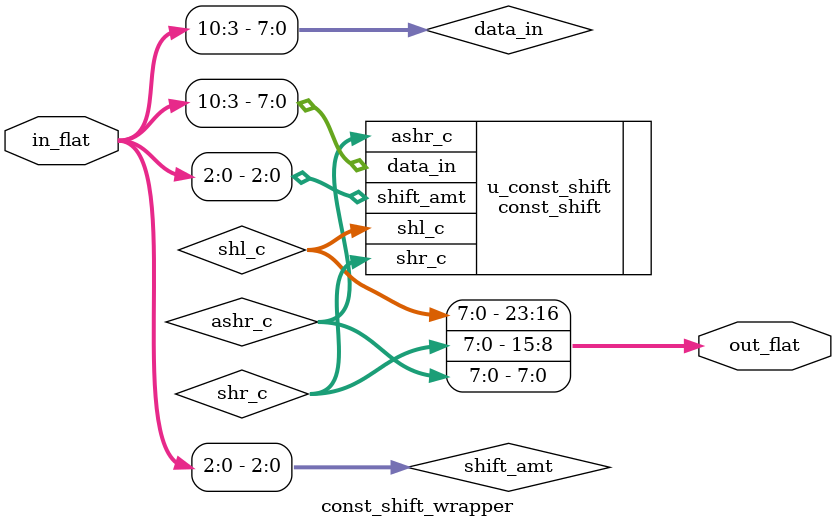
<source format=sv>

module const_shift_wrapper (
    input  wire [10:0] in_flat,
    output wire [23:0] out_flat
);

  // Slice `in_flat` into original inputs
  wire [7:0] data_in = in_flat[10:3];
  wire [2:0] shift_amt = in_flat[2:0];

  // Wires to capture original module outputs
  wire [7:0] shl_c;
  wire [7:0] shr_c;
  wire [7:0] ashr_c;

  // Instantiate the original module
  const_shift u_const_shift (
    .data_in(data_in),
    .shift_amt(shift_amt),
    .shl_c(shl_c),
    .shr_c(shr_c),
    .ashr_c(ashr_c)
  );

  // Pack original outputs into `out_flat`
  assign out_flat[23:16] = shl_c;
  assign out_flat[15:8] = shr_c;
  assign out_flat[7:0] = ashr_c;

endmodule  // const_shift_wrapper
</source>
